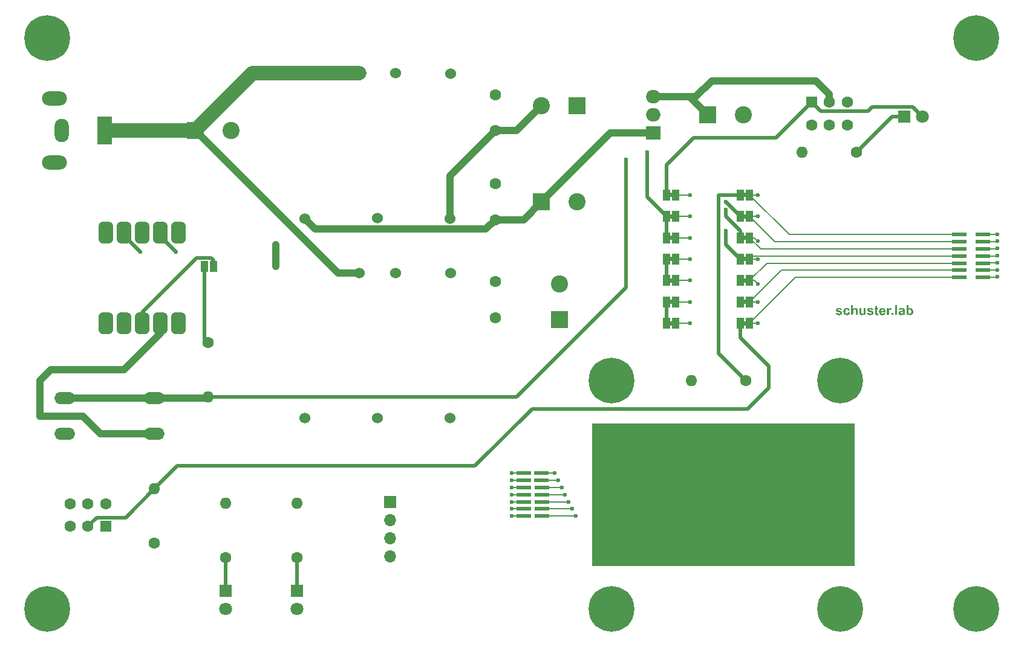
<source format=gbr>
%TF.GenerationSoftware,KiCad,Pcbnew,8.0.5-8.0.5-0~ubuntu22.04.1*%
%TF.CreationDate,2024-10-01T20:56:38-07:00*%
%TF.ProjectId,itla_driver_board_pcb,69746c61-5f64-4726-9976-65725f626f61,rev?*%
%TF.SameCoordinates,Original*%
%TF.FileFunction,Copper,L1,Top*%
%TF.FilePolarity,Positive*%
%FSLAX46Y46*%
G04 Gerber Fmt 4.6, Leading zero omitted, Abs format (unit mm)*
G04 Created by KiCad (PCBNEW 8.0.5-8.0.5-0~ubuntu22.04.1) date 2024-10-01 20:56:38*
%MOMM*%
%LPD*%
G01*
G04 APERTURE LIST*
G04 Aperture macros list*
%AMRoundRect*
0 Rectangle with rounded corners*
0 $1 Rounding radius*
0 $2 $3 $4 $5 $6 $7 $8 $9 X,Y pos of 4 corners*
0 Add a 4 corners polygon primitive as box body*
4,1,4,$2,$3,$4,$5,$6,$7,$8,$9,$2,$3,0*
0 Add four circle primitives for the rounded corners*
1,1,$1+$1,$2,$3*
1,1,$1+$1,$4,$5*
1,1,$1+$1,$6,$7*
1,1,$1+$1,$8,$9*
0 Add four rect primitives between the rounded corners*
20,1,$1+$1,$2,$3,$4,$5,0*
20,1,$1+$1,$4,$5,$6,$7,0*
20,1,$1+$1,$6,$7,$8,$9,0*
20,1,$1+$1,$8,$9,$2,$3,0*%
G04 Aperture macros list end*
%TA.AperFunction,EtchedComponent*%
%ADD10C,0.000000*%
%TD*%
%TA.AperFunction,ComponentPad*%
%ADD11C,1.524000*%
%TD*%
%TA.AperFunction,ComponentPad*%
%ADD12C,1.600000*%
%TD*%
%TA.AperFunction,ComponentPad*%
%ADD13O,1.600000X1.600000*%
%TD*%
%TA.AperFunction,ComponentPad*%
%ADD14R,1.800000X1.800000*%
%TD*%
%TA.AperFunction,ComponentPad*%
%ADD15C,1.800000*%
%TD*%
%TA.AperFunction,ComponentPad*%
%ADD16R,2.000000X1.905000*%
%TD*%
%TA.AperFunction,ComponentPad*%
%ADD17O,2.000000X1.905000*%
%TD*%
%TA.AperFunction,ComponentPad*%
%ADD18R,1.600000X1.600000*%
%TD*%
%TA.AperFunction,ComponentPad*%
%ADD19R,1.700000X1.700000*%
%TD*%
%TA.AperFunction,ComponentPad*%
%ADD20O,1.700000X1.700000*%
%TD*%
%TA.AperFunction,ComponentPad*%
%ADD21R,2.400000X2.400000*%
%TD*%
%TA.AperFunction,ComponentPad*%
%ADD22C,2.400000*%
%TD*%
%TA.AperFunction,SMDPad,CuDef*%
%ADD23R,1.000000X1.500000*%
%TD*%
%TA.AperFunction,ComponentPad*%
%ADD24C,6.400000*%
%TD*%
%TA.AperFunction,SMDPad,CuDef*%
%ADD25R,2.000000X0.500000*%
%TD*%
%TA.AperFunction,SMDPad,CuDef*%
%ADD26RoundRect,0.500000X-0.500000X-1.000000X0.500000X-1.000000X0.500000X1.000000X-0.500000X1.000000X0*%
%TD*%
%TA.AperFunction,ComponentPad*%
%ADD27R,2.000000X4.000000*%
%TD*%
%TA.AperFunction,ComponentPad*%
%ADD28O,2.000000X3.300000*%
%TD*%
%TA.AperFunction,ComponentPad*%
%ADD29O,3.500000X2.000000*%
%TD*%
%TA.AperFunction,ComponentPad*%
%ADD30O,2.900000X1.700000*%
%TD*%
%TA.AperFunction,ComponentPad*%
%ADD31C,2.000000*%
%TD*%
%TA.AperFunction,SMDPad,CuDef*%
%ADD32R,36.750000X20.000000*%
%TD*%
%TA.AperFunction,ViaPad*%
%ADD33C,0.600000*%
%TD*%
%TA.AperFunction,Conductor*%
%ADD34C,1.000000*%
%TD*%
%TA.AperFunction,Conductor*%
%ADD35C,2.000000*%
%TD*%
%TA.AperFunction,Conductor*%
%ADD36C,0.500000*%
%TD*%
%TA.AperFunction,Conductor*%
%ADD37C,0.200000*%
%TD*%
G04 APERTURE END LIST*
D10*
%TA.AperFunction,EtchedComponent*%
%TO.C,G\u002A\u002A\u002A*%
G36*
X115880181Y-42828182D02*
G01*
X115951874Y-42834148D01*
X116010773Y-42844570D01*
X116022730Y-42847897D01*
X116096289Y-42881644D01*
X116160371Y-42932569D01*
X116209039Y-42995593D01*
X116220024Y-43016698D01*
X116234444Y-43050193D01*
X116242554Y-43073814D01*
X116243132Y-43080951D01*
X116227611Y-43087305D01*
X116195846Y-43094972D01*
X116153874Y-43103017D01*
X116107731Y-43110503D01*
X116063454Y-43116494D01*
X116027080Y-43120056D01*
X116004647Y-43120252D01*
X116000432Y-43118568D01*
X115981639Y-43087839D01*
X115949500Y-43055936D01*
X115912698Y-43030740D01*
X115895263Y-43023119D01*
X115846603Y-43013494D01*
X115792591Y-43012849D01*
X115739354Y-43020031D01*
X115693018Y-43033882D01*
X115659713Y-43053248D01*
X115647265Y-43069893D01*
X115642611Y-43091654D01*
X115648228Y-43110650D01*
X115666368Y-43128104D01*
X115699285Y-43145236D01*
X115749234Y-43163268D01*
X115818469Y-43183421D01*
X115892348Y-43202672D01*
X116000630Y-43232788D01*
X116087354Y-43263630D01*
X116154768Y-43296684D01*
X116205118Y-43333434D01*
X116240652Y-43375365D01*
X116263615Y-43423960D01*
X116271522Y-43453224D01*
X116278125Y-43535672D01*
X116261472Y-43613274D01*
X116221509Y-43686191D01*
X116175821Y-43738277D01*
X116123932Y-43779570D01*
X116063544Y-43809170D01*
X115990431Y-43828453D01*
X115900369Y-43838796D01*
X115861651Y-43840641D01*
X115781772Y-43841107D01*
X115715237Y-43837049D01*
X115670627Y-43829648D01*
X115576036Y-43796692D01*
X115498830Y-43751165D01*
X115456347Y-43712446D01*
X115427585Y-43675737D01*
X115400640Y-43633175D01*
X115379586Y-43592088D01*
X115368498Y-43559806D01*
X115367726Y-43553028D01*
X115378577Y-43546069D01*
X115407922Y-43537794D01*
X115450584Y-43529502D01*
X115477614Y-43525437D01*
X115528032Y-43518307D01*
X115570672Y-43511778D01*
X115599156Y-43506848D01*
X115605952Y-43505337D01*
X115623783Y-43512360D01*
X115643848Y-43542937D01*
X115647630Y-43550790D01*
X115682902Y-43601753D01*
X115733414Y-43635014D01*
X115799676Y-43650816D01*
X115859763Y-43651371D01*
X115925404Y-43642306D01*
X115970627Y-43624194D01*
X115997548Y-43595697D01*
X116008127Y-43557479D01*
X116006365Y-43524715D01*
X115996681Y-43503655D01*
X115996219Y-43503258D01*
X115979480Y-43495753D01*
X115944320Y-43483988D01*
X115895439Y-43469413D01*
X115837539Y-43453479D01*
X115819972Y-43448873D01*
X115725099Y-43423405D01*
X115650246Y-43401069D01*
X115592042Y-43380518D01*
X115547116Y-43360406D01*
X115512096Y-43339386D01*
X115483612Y-43316111D01*
X115480704Y-43313327D01*
X115437314Y-43261614D01*
X115412578Y-43205835D01*
X115403421Y-43138446D01*
X115403188Y-43123224D01*
X115414421Y-43044018D01*
X115446782Y-42973137D01*
X115498271Y-42913236D01*
X115566884Y-42866969D01*
X115610279Y-42848614D01*
X115660744Y-42836886D01*
X115727376Y-42829563D01*
X115802935Y-42826658D01*
X115880181Y-42828182D01*
G37*
%TD.AperFunction*%
%TA.AperFunction,EtchedComponent*%
G36*
X117005409Y-42830996D02*
G01*
X117077805Y-42842121D01*
X117138132Y-42863149D01*
X117191815Y-42895796D01*
X117229249Y-42927321D01*
X117258434Y-42958991D01*
X117287748Y-42998239D01*
X117314294Y-43040028D01*
X117335177Y-43079320D01*
X117347500Y-43111080D01*
X117348368Y-43130269D01*
X117346982Y-43132093D01*
X117332555Y-43137217D01*
X117301355Y-43144632D01*
X117259447Y-43153236D01*
X117212896Y-43161927D01*
X117167767Y-43169603D01*
X117130125Y-43175160D01*
X117106035Y-43177496D01*
X117100597Y-43176881D01*
X117093953Y-43164210D01*
X117082239Y-43137787D01*
X117078246Y-43128273D01*
X117046612Y-43080398D01*
X116998579Y-43049756D01*
X116934248Y-43036403D01*
X116914303Y-43035769D01*
X116847399Y-43044725D01*
X116794417Y-43072539D01*
X116753219Y-43120478D01*
X116743887Y-43136944D01*
X116732924Y-43161311D01*
X116725694Y-43188015D01*
X116721480Y-43222604D01*
X116719560Y-43270626D01*
X116719198Y-43327473D01*
X116719805Y-43391029D01*
X116721973Y-43436408D01*
X116726478Y-43469235D01*
X116734094Y-43495138D01*
X116745596Y-43519742D01*
X116745721Y-43519977D01*
X116785234Y-43573550D01*
X116834586Y-43609493D01*
X116889587Y-43628051D01*
X116946048Y-43629468D01*
X116999779Y-43613990D01*
X117046589Y-43581861D01*
X117082289Y-43533327D01*
X117095734Y-43499516D01*
X117103317Y-43476911D01*
X117112776Y-43462272D01*
X117128284Y-43454908D01*
X117154013Y-43454128D01*
X117194135Y-43459244D01*
X117252823Y-43469566D01*
X117264218Y-43471655D01*
X117313363Y-43480661D01*
X117344335Y-43489082D01*
X117359050Y-43501433D01*
X117359427Y-43522233D01*
X117347381Y-43555998D01*
X117324831Y-43607244D01*
X117323269Y-43610785D01*
X117285780Y-43674085D01*
X117233374Y-43733531D01*
X117172746Y-43782707D01*
X117110592Y-43815199D01*
X117109448Y-43815611D01*
X117059134Y-43828130D01*
X116994442Y-43836698D01*
X116923619Y-43840963D01*
X116854911Y-43840576D01*
X116796563Y-43835188D01*
X116771780Y-43829939D01*
X116678706Y-43791992D01*
X116599547Y-43735875D01*
X116535317Y-43663436D01*
X116487030Y-43576524D01*
X116455701Y-43476989D01*
X116442342Y-43366678D01*
X116447968Y-43247441D01*
X116448800Y-43241027D01*
X116472292Y-43131917D01*
X116511700Y-43039644D01*
X116567742Y-42962706D01*
X116594940Y-42935922D01*
X116654951Y-42889313D01*
X116717531Y-42857268D01*
X116788494Y-42837831D01*
X116873656Y-42829045D01*
X116915519Y-42828057D01*
X117005409Y-42830996D01*
G37*
%TD.AperFunction*%
%TA.AperFunction,EtchedComponent*%
G36*
X118951872Y-43169691D02*
G01*
X118952317Y-43257562D01*
X118953538Y-43339589D01*
X118955418Y-43412159D01*
X118957839Y-43471662D01*
X118960685Y-43514486D01*
X118963762Y-43536750D01*
X118987602Y-43587960D01*
X119026451Y-43621336D01*
X119081711Y-43637956D01*
X119097588Y-43639573D01*
X119165826Y-43634210D01*
X119222785Y-43608007D01*
X119267480Y-43561514D01*
X119282256Y-43536270D01*
X119290289Y-43519426D01*
X119296534Y-43502487D01*
X119301215Y-43482330D01*
X119304556Y-43455832D01*
X119306783Y-43419871D01*
X119308120Y-43371324D01*
X119308793Y-43307068D01*
X119309026Y-43223981D01*
X119309049Y-43164191D01*
X119309049Y-42845195D01*
X119445992Y-42845195D01*
X119582935Y-42845195D01*
X119582935Y-43333427D01*
X119582935Y-43821660D01*
X119457900Y-43821660D01*
X119332865Y-43821660D01*
X119332865Y-43753686D01*
X119332865Y-43685712D01*
X119282256Y-43735254D01*
X119241864Y-43768846D01*
X119195367Y-43799206D01*
X119172106Y-43811114D01*
X119104492Y-43831806D01*
X119026598Y-43841363D01*
X118948947Y-43839191D01*
X118889048Y-43827067D01*
X118839787Y-43803842D01*
X118790638Y-43768325D01*
X118780117Y-43758712D01*
X118757016Y-43735242D01*
X118738217Y-43711954D01*
X118723279Y-43686182D01*
X118711762Y-43655259D01*
X118703224Y-43616520D01*
X118697227Y-43567298D01*
X118693329Y-43504928D01*
X118691090Y-43426744D01*
X118690069Y-43330080D01*
X118689827Y-43212270D01*
X118689827Y-43212185D01*
X118689827Y-42845195D01*
X118820816Y-42845195D01*
X118951805Y-42845195D01*
X118951872Y-43169691D01*
G37*
%TD.AperFunction*%
%TA.AperFunction,EtchedComponent*%
G36*
X120255108Y-42825176D02*
G01*
X120357875Y-42838074D01*
X120441868Y-42862899D01*
X120509710Y-42901123D01*
X120564025Y-42954218D01*
X120606836Y-43022455D01*
X120620288Y-43051467D01*
X120623790Y-43070979D01*
X120614254Y-43083955D01*
X120588589Y-43093358D01*
X120543706Y-43102150D01*
X120519531Y-43106184D01*
X120473777Y-43113988D01*
X120434826Y-43121110D01*
X120410922Y-43126042D01*
X120410549Y-43126134D01*
X120390902Y-43124279D01*
X120372865Y-43105031D01*
X120364201Y-43090185D01*
X120329026Y-43049180D01*
X120276732Y-43023426D01*
X120209007Y-43013560D01*
X120165931Y-43015125D01*
X120101950Y-43026261D01*
X120059037Y-43045966D01*
X120037784Y-43073903D01*
X120035444Y-43089311D01*
X120038320Y-43107455D01*
X120048827Y-43123200D01*
X120069784Y-43137892D01*
X120104009Y-43152879D01*
X120154321Y-43169507D01*
X120223538Y-43189122D01*
X120270542Y-43201634D01*
X120362659Y-43226918D01*
X120434990Y-43249576D01*
X120491204Y-43271115D01*
X120534968Y-43293041D01*
X120569953Y-43316863D01*
X120587257Y-43331761D01*
X120632274Y-43388283D01*
X120657380Y-43452659D01*
X120663608Y-43521400D01*
X120651988Y-43591021D01*
X120623555Y-43658037D01*
X120579341Y-43718959D01*
X120520377Y-43770303D01*
X120447697Y-43808582D01*
X120445824Y-43809300D01*
X120388748Y-43824864D01*
X120316371Y-43835790D01*
X120236832Y-43841653D01*
X120158271Y-43842030D01*
X120088827Y-43836496D01*
X120053306Y-43829754D01*
X119978273Y-43803304D01*
X119907450Y-43765230D01*
X119848657Y-43720129D01*
X119825944Y-43696051D01*
X119798617Y-43658290D01*
X119775420Y-43618390D01*
X119759293Y-43582416D01*
X119753182Y-43556430D01*
X119754693Y-43549246D01*
X119768344Y-43543491D01*
X119799917Y-43536074D01*
X119843697Y-43528247D01*
X119865222Y-43525016D01*
X119914396Y-43517792D01*
X119955737Y-43511253D01*
X119982664Y-43506458D01*
X119987882Y-43505277D01*
X120005464Y-43512527D01*
X120025592Y-43542377D01*
X120029795Y-43550870D01*
X120065610Y-43601947D01*
X120116381Y-43635185D01*
X120182722Y-43650873D01*
X120241947Y-43651371D01*
X120307588Y-43642306D01*
X120352811Y-43624194D01*
X120379733Y-43595697D01*
X120390312Y-43557479D01*
X120388515Y-43524545D01*
X120378698Y-43503367D01*
X120378316Y-43503039D01*
X120360811Y-43494953D01*
X120325660Y-43483200D01*
X120278413Y-43469523D01*
X120237794Y-43458905D01*
X120127429Y-43429831D01*
X120038025Y-43402487D01*
X119966931Y-43375477D01*
X119911498Y-43347404D01*
X119869076Y-43316873D01*
X119837016Y-43282486D01*
X119812667Y-43242848D01*
X119807590Y-43232209D01*
X119789261Y-43165224D01*
X119789500Y-43091991D01*
X119807080Y-43019500D01*
X119840775Y-42954747D01*
X119860538Y-42930350D01*
X119915857Y-42886985D01*
X119989515Y-42854116D01*
X120078045Y-42832667D01*
X120177976Y-42823563D01*
X120255108Y-42825176D01*
G37*
%TD.AperFunction*%
%TA.AperFunction,EtchedComponent*%
G36*
X121152147Y-42672581D02*
G01*
X121155443Y-42845195D01*
X121244435Y-42845195D01*
X121333428Y-42845195D01*
X121333428Y-42952368D01*
X121333428Y-43059541D01*
X121243284Y-43059541D01*
X121153141Y-43059541D01*
X121156950Y-43322591D01*
X121158253Y-43408189D01*
X121159591Y-43473157D01*
X121161325Y-43520681D01*
X121163812Y-43553943D01*
X121167413Y-43576129D01*
X121172486Y-43590423D01*
X121179390Y-43600009D01*
X121188485Y-43608071D01*
X121189213Y-43608661D01*
X121215340Y-43623497D01*
X121236845Y-43626341D01*
X121261999Y-43620225D01*
X121293882Y-43613396D01*
X121316667Y-43609944D01*
X121328761Y-43615119D01*
X121335053Y-43634286D01*
X121339169Y-43663117D01*
X121345153Y-43708399D01*
X121351117Y-43752190D01*
X121352723Y-43763652D01*
X121354826Y-43793077D01*
X121346248Y-43808817D01*
X121321436Y-43820443D01*
X121319345Y-43821206D01*
X121283026Y-43829916D01*
X121232749Y-43836398D01*
X121176472Y-43840253D01*
X121122149Y-43841080D01*
X121077736Y-43838482D01*
X121056731Y-43834388D01*
X120990919Y-43803340D01*
X120942881Y-43759518D01*
X120921505Y-43723189D01*
X120914740Y-43704273D01*
X120909386Y-43681034D01*
X120905210Y-43650340D01*
X120901985Y-43609059D01*
X120899478Y-43554059D01*
X120897461Y-43482208D01*
X120895703Y-43390373D01*
X120895322Y-43366780D01*
X120890497Y-43060751D01*
X120835099Y-43057169D01*
X120779700Y-43053587D01*
X120776260Y-42949391D01*
X120772819Y-42845195D01*
X120832342Y-42845195D01*
X120891864Y-42845195D01*
X120895323Y-42747576D01*
X120898782Y-42649957D01*
X121023817Y-42574962D01*
X121148852Y-42499967D01*
X121152147Y-42672581D01*
G37*
%TD.AperFunction*%
%TA.AperFunction,EtchedComponent*%
G36*
X121945453Y-42828231D02*
G01*
X121987712Y-42831446D01*
X122021682Y-42838459D01*
X122055114Y-42850625D01*
X122077685Y-42860748D01*
X122164389Y-42913668D01*
X122235031Y-42983528D01*
X122288893Y-43069052D01*
X122325258Y-43168967D01*
X122343408Y-43281996D01*
X122345441Y-43336404D01*
X122345617Y-43416784D01*
X122022773Y-43416784D01*
X121699928Y-43416784D01*
X121708224Y-43461440D01*
X121730797Y-43533913D01*
X121768188Y-43587758D01*
X121820502Y-43623070D01*
X121887841Y-43639948D01*
X121899369Y-43640904D01*
X121942135Y-43642302D01*
X121970334Y-43638294D01*
X121992999Y-43626710D01*
X122008263Y-43614745D01*
X122036643Y-43584781D01*
X122057960Y-43551953D01*
X122059722Y-43548015D01*
X122066537Y-43531313D01*
X122073466Y-43520521D01*
X122084853Y-43515187D01*
X122105038Y-43514857D01*
X122138364Y-43519078D01*
X122189173Y-43527396D01*
X122215378Y-43531772D01*
X122273060Y-43541837D01*
X122309201Y-43551692D01*
X122325719Y-43565250D01*
X122324529Y-43586424D01*
X122307548Y-43619126D01*
X122279575Y-43662838D01*
X122223484Y-43732991D01*
X122157397Y-43784540D01*
X122078644Y-43818840D01*
X121984559Y-43837246D01*
X121928833Y-43840982D01*
X121873430Y-43841383D01*
X121821782Y-43839406D01*
X121782149Y-43835455D01*
X121771002Y-43833285D01*
X121677906Y-43798341D01*
X121598249Y-43744904D01*
X121533077Y-43674822D01*
X121483437Y-43589941D01*
X121450376Y-43492109D01*
X121434941Y-43383171D01*
X121438179Y-43264975D01*
X121439902Y-43250071D01*
X121701500Y-43250071D01*
X121892569Y-43250071D01*
X122083639Y-43250071D01*
X122083639Y-43216870D01*
X122075759Y-43176666D01*
X122055533Y-43129965D01*
X122028080Y-43086460D01*
X121998665Y-43055952D01*
X121966718Y-43040166D01*
X121925587Y-43028844D01*
X121913497Y-43027044D01*
X121852367Y-43031194D01*
X121798099Y-43056255D01*
X121753648Y-43099643D01*
X121721969Y-43158775D01*
X121709449Y-43205415D01*
X121701500Y-43250071D01*
X121439902Y-43250071D01*
X121439983Y-43249372D01*
X121463819Y-43139471D01*
X121505487Y-43042640D01*
X121563808Y-42960648D01*
X121637600Y-42895267D01*
X121700239Y-42859193D01*
X121735697Y-42844022D01*
X121768219Y-42834568D01*
X121805426Y-42829539D01*
X121854939Y-42827640D01*
X121887155Y-42827460D01*
X121945453Y-42828231D01*
G37*
%TD.AperFunction*%
%TA.AperFunction,EtchedComponent*%
G36*
X124667919Y-42827823D02*
G01*
X124738853Y-42832090D01*
X124798509Y-42840251D01*
X124833594Y-42849598D01*
X124909025Y-42888297D01*
X124964778Y-42940042D01*
X124993285Y-42986801D01*
X125000894Y-43004937D01*
X125006837Y-43024135D01*
X125011352Y-43047566D01*
X125014675Y-43078406D01*
X125017043Y-43119827D01*
X125018693Y-43175002D01*
X125019862Y-43247107D01*
X125020787Y-43339314D01*
X125020937Y-43357244D01*
X125022017Y-43459036D01*
X125023631Y-43540479D01*
X125026134Y-43605040D01*
X125029882Y-43656184D01*
X125035232Y-43697378D01*
X125042537Y-43732089D01*
X125052156Y-43763783D01*
X125064443Y-43795927D01*
X125066463Y-43800821D01*
X125068393Y-43809902D01*
X125062664Y-43815889D01*
X125045512Y-43819419D01*
X125013172Y-43821125D01*
X124961878Y-43821642D01*
X124942859Y-43821660D01*
X124880745Y-43820871D01*
X124839704Y-43818301D01*
X124817040Y-43813649D01*
X124810059Y-43806775D01*
X124805166Y-43785643D01*
X124795174Y-43758975D01*
X124780826Y-43726059D01*
X124721777Y-43768182D01*
X124636407Y-43814937D01*
X124543608Y-43840211D01*
X124447351Y-43843432D01*
X124351609Y-43824030D01*
X124346180Y-43822207D01*
X124281419Y-43788923D01*
X124225458Y-43739191D01*
X124183983Y-43678892D01*
X124167706Y-43637612D01*
X124158201Y-43567970D01*
X124162624Y-43524736D01*
X124417628Y-43524736D01*
X124426390Y-43563044D01*
X124448467Y-43603500D01*
X124477547Y-43634762D01*
X124479750Y-43636361D01*
X124515456Y-43650092D01*
X124563535Y-43654282D01*
X124614479Y-43648799D01*
X124647798Y-43638703D01*
X124702023Y-43604179D01*
X124739118Y-43553547D01*
X124758628Y-43487702D01*
X124760759Y-43415912D01*
X124757009Y-43361517D01*
X124620066Y-43394760D01*
X124558397Y-43410450D01*
X124515159Y-43423656D01*
X124485400Y-43436409D01*
X124464164Y-43450736D01*
X124450376Y-43464259D01*
X124429375Y-43493184D01*
X124418192Y-43519642D01*
X124417628Y-43524736D01*
X124162624Y-43524736D01*
X124165562Y-43496018D01*
X124187851Y-43428096D01*
X124223131Y-43370545D01*
X124259892Y-43335891D01*
X124309665Y-43308703D01*
X124378444Y-43282426D01*
X124461431Y-43258711D01*
X124524801Y-43244640D01*
X124582199Y-43232655D01*
X124640704Y-43219411D01*
X124688901Y-43207505D01*
X124694492Y-43206008D01*
X124732779Y-43194631D01*
X124753311Y-43184300D01*
X124761547Y-43170757D01*
X124762963Y-43152645D01*
X124753244Y-43099937D01*
X124725794Y-43059991D01*
X124683182Y-43036519D01*
X124682565Y-43036346D01*
X124611243Y-43024669D01*
X124546753Y-43029715D01*
X124492928Y-43050391D01*
X124453601Y-43085606D01*
X124442197Y-43104749D01*
X124429896Y-43127818D01*
X124416449Y-43138465D01*
X124393811Y-43140004D01*
X124364042Y-43136945D01*
X124314726Y-43129659D01*
X124260809Y-43119641D01*
X124241910Y-43115553D01*
X124179318Y-43101219D01*
X124213257Y-43029771D01*
X124261964Y-42952161D01*
X124325265Y-42892245D01*
X124401318Y-42851734D01*
X124407076Y-42849667D01*
X124455286Y-42838372D01*
X124519352Y-42830965D01*
X124592491Y-42827449D01*
X124667919Y-42827823D01*
G37*
%TD.AperFunction*%
%TA.AperFunction,EtchedComponent*%
G36*
X125525083Y-42708797D02*
G01*
X125525083Y-42941551D01*
X125580731Y-42899060D01*
X125658587Y-42853821D01*
X125743546Y-42829331D01*
X125831642Y-42825250D01*
X125918911Y-42841240D01*
X126001387Y-42876961D01*
X126075106Y-42932074D01*
X126085427Y-42942262D01*
X126140473Y-43014834D01*
X126180566Y-43101536D01*
X126205838Y-43198134D01*
X126216423Y-43300391D01*
X126212455Y-43404073D01*
X126194066Y-43504945D01*
X126161391Y-43598772D01*
X126114562Y-43681319D01*
X126060229Y-43742642D01*
X125989886Y-43792902D01*
X125910998Y-43827253D01*
X125829205Y-43844196D01*
X125750144Y-43842231D01*
X125715535Y-43834350D01*
X125632160Y-43796797D01*
X125554534Y-43737075D01*
X125551876Y-43734529D01*
X125501266Y-43685712D01*
X125501266Y-43753686D01*
X125501266Y-43821660D01*
X125382185Y-43821660D01*
X125263104Y-43821660D01*
X125263104Y-43324651D01*
X125521672Y-43324651D01*
X125522908Y-43382660D01*
X125526639Y-43424579D01*
X125534255Y-43458107D01*
X125547149Y-43490946D01*
X125554528Y-43506498D01*
X125592341Y-43567195D01*
X125637484Y-43606627D01*
X125693289Y-43627009D01*
X125742159Y-43631130D01*
X125784000Y-43629508D01*
X125812806Y-43622023D01*
X125839277Y-43604749D01*
X125857766Y-43588707D01*
X125894922Y-43547538D01*
X125920289Y-43499672D01*
X125935132Y-43440745D01*
X125940716Y-43366394D01*
X125939900Y-43305568D01*
X125936684Y-43245259D01*
X125931540Y-43201945D01*
X125923140Y-43168814D01*
X125910153Y-43139051D01*
X125905842Y-43130990D01*
X125865023Y-43078869D01*
X125812225Y-43043953D01*
X125752354Y-43027345D01*
X125690318Y-43030144D01*
X125631024Y-43053452D01*
X125613480Y-43065384D01*
X125572833Y-43104941D01*
X125544951Y-43153790D01*
X125528435Y-43215876D01*
X125521890Y-43295146D01*
X125521672Y-43324651D01*
X125263104Y-43324651D01*
X125263104Y-43148852D01*
X125263104Y-42476043D01*
X125394093Y-42476043D01*
X125525083Y-42476043D01*
X125525083Y-42708797D01*
G37*
%TD.AperFunction*%
%TA.AperFunction,EtchedComponent*%
G36*
X117808627Y-42714483D02*
G01*
X117808627Y-42952922D01*
X117869193Y-42905047D01*
X117948996Y-42856480D01*
X118036210Y-42829435D01*
X118127109Y-42824380D01*
X118217972Y-42841781D01*
X118256383Y-42856408D01*
X118298236Y-42877033D01*
X118333257Y-42900154D01*
X118362043Y-42927974D01*
X118385191Y-42962697D01*
X118403296Y-43006527D01*
X118416956Y-43061666D01*
X118426765Y-43130321D01*
X118433322Y-43214692D01*
X118437221Y-43316986D01*
X118439059Y-43439404D01*
X118439434Y-43532888D01*
X118439757Y-43821660D01*
X118302813Y-43821660D01*
X118165870Y-43821660D01*
X118165870Y-43475733D01*
X118165694Y-43372557D01*
X118165076Y-43290482D01*
X118163886Y-43226796D01*
X118161989Y-43178787D01*
X118159254Y-43143742D01*
X118155548Y-43118950D01*
X118150739Y-43101697D01*
X118147217Y-43093736D01*
X118115619Y-43056057D01*
X118071239Y-43033595D01*
X118019174Y-43025832D01*
X117964519Y-43032252D01*
X117912372Y-43052335D01*
X117867828Y-43085566D01*
X117839087Y-43125036D01*
X117831736Y-43140803D01*
X117825952Y-43158214D01*
X117821505Y-43180315D01*
X117818163Y-43210152D01*
X117815697Y-43250771D01*
X117813876Y-43305218D01*
X117812468Y-43376540D01*
X117811244Y-43467783D01*
X117810904Y-43497164D01*
X117807227Y-43821660D01*
X117676938Y-43821660D01*
X117546648Y-43821660D01*
X117546648Y-43148852D01*
X117546648Y-42476043D01*
X117677638Y-42476043D01*
X117808627Y-42476043D01*
X117808627Y-42714483D01*
G37*
%TD.AperFunction*%
%TA.AperFunction,EtchedComponent*%
G36*
X123036706Y-42824548D02*
G01*
X123077334Y-42832677D01*
X123118313Y-42843693D01*
X123152099Y-42855527D01*
X123171149Y-42866108D01*
X123172357Y-42867597D01*
X123170737Y-42881176D01*
X123162990Y-42911077D01*
X123151069Y-42951218D01*
X123136928Y-42995520D01*
X123122519Y-43037900D01*
X123109797Y-43072277D01*
X123100715Y-43092570D01*
X123099492Y-43094422D01*
X123087388Y-43093093D01*
X123062156Y-43083474D01*
X123053596Y-43079537D01*
X122992262Y-43060932D01*
X122936257Y-43064799D01*
X122888051Y-43090284D01*
X122850113Y-43136536D01*
X122841858Y-43152674D01*
X122833964Y-43171314D01*
X122827797Y-43190928D01*
X122823091Y-43214759D01*
X122819580Y-43246053D01*
X122816997Y-43288053D01*
X122815076Y-43344004D01*
X122813550Y-43417149D01*
X122812153Y-43510735D01*
X122812095Y-43515026D01*
X122807960Y-43821660D01*
X122672054Y-43821660D01*
X122536147Y-43821660D01*
X122536147Y-43333427D01*
X122536147Y-42845195D01*
X122661182Y-42845195D01*
X122786217Y-42845195D01*
X122786217Y-42906412D01*
X122786217Y-42967629D01*
X122836296Y-42910736D01*
X122890904Y-42859546D01*
X122946404Y-42830337D01*
X123003973Y-42821379D01*
X123036706Y-42824548D01*
G37*
%TD.AperFunction*%
%TA.AperFunction,EtchedComponent*%
G36*
X123441163Y-43690671D02*
G01*
X123441163Y-43821660D01*
X123310174Y-43821660D01*
X123179185Y-43821660D01*
X123179185Y-43690671D01*
X123179185Y-43559682D01*
X123310174Y-43559682D01*
X123441163Y-43559682D01*
X123441163Y-43690671D01*
G37*
%TD.AperFunction*%
%TA.AperFunction,EtchedComponent*%
G36*
X123965120Y-43148852D02*
G01*
X123965120Y-43821660D01*
X123834131Y-43821660D01*
X123703142Y-43821660D01*
X123703142Y-43148852D01*
X123703142Y-42476043D01*
X123834131Y-42476043D01*
X123965120Y-42476043D01*
X123965120Y-43148852D01*
G37*
%TD.AperFunction*%
%TA.AperFunction,EtchedComponent*%
%TO.C,JP8*%
G36*
X102900000Y-39300000D02*
G01*
X102400000Y-39300000D01*
X102400000Y-38700000D01*
X102900000Y-38700000D01*
X102900000Y-39300000D01*
G37*
%TD.AperFunction*%
%TA.AperFunction,EtchedComponent*%
%TO.C,JP5*%
G36*
X102900000Y-30300000D02*
G01*
X102400000Y-30300000D01*
X102400000Y-29700000D01*
X102900000Y-29700000D01*
X102900000Y-30300000D01*
G37*
%TD.AperFunction*%
%TA.AperFunction,EtchedComponent*%
%TO.C,JP2*%
G36*
X102900000Y-45300000D02*
G01*
X102400000Y-45300000D01*
X102400000Y-44700000D01*
X102900000Y-44700000D01*
X102900000Y-45300000D01*
G37*
%TD.AperFunction*%
%TA.AperFunction,EtchedComponent*%
%TO.C,JP4*%
G36*
X102900000Y-33300000D02*
G01*
X102400000Y-33300000D01*
X102400000Y-32700000D01*
X102900000Y-32700000D01*
X102900000Y-33300000D01*
G37*
%TD.AperFunction*%
%TA.AperFunction,EtchedComponent*%
%TO.C,JP9*%
G36*
X92600000Y-45300000D02*
G01*
X92100000Y-45300000D01*
X92100000Y-44700000D01*
X92600000Y-44700000D01*
X92600000Y-45300000D01*
G37*
%TD.AperFunction*%
%TA.AperFunction,EtchedComponent*%
%TO.C,JP13*%
G36*
X92600000Y-33300000D02*
G01*
X92100000Y-33300000D01*
X92100000Y-32700000D01*
X92600000Y-32700000D01*
X92600000Y-33300000D01*
G37*
%TD.AperFunction*%
%TA.AperFunction,EtchedComponent*%
%TO.C,JP7*%
G36*
X102900000Y-42300000D02*
G01*
X102400000Y-42300000D01*
X102400000Y-41700000D01*
X102900000Y-41700000D01*
X102900000Y-42300000D01*
G37*
%TD.AperFunction*%
%TA.AperFunction,EtchedComponent*%
%TO.C,JP10*%
G36*
X92600000Y-42300000D02*
G01*
X92100000Y-42300000D01*
X92100000Y-41700000D01*
X92600000Y-41700000D01*
X92600000Y-42300000D01*
G37*
%TD.AperFunction*%
%TA.AperFunction,EtchedComponent*%
%TO.C,JP14*%
G36*
X92600000Y-30300000D02*
G01*
X92100000Y-30300000D01*
X92100000Y-29700000D01*
X92600000Y-29700000D01*
X92600000Y-30300000D01*
G37*
%TD.AperFunction*%
%TA.AperFunction,EtchedComponent*%
%TO.C,JP3*%
G36*
X102900000Y-36300000D02*
G01*
X102400000Y-36300000D01*
X102400000Y-35700000D01*
X102900000Y-35700000D01*
X102900000Y-36300000D01*
G37*
%TD.AperFunction*%
%TA.AperFunction,EtchedComponent*%
%TO.C,JP11*%
G36*
X92600000Y-39300000D02*
G01*
X92100000Y-39300000D01*
X92100000Y-38700000D01*
X92600000Y-38700000D01*
X92600000Y-39300000D01*
G37*
%TD.AperFunction*%
%TA.AperFunction,EtchedComponent*%
%TO.C,JP15*%
G36*
X92600000Y-27300000D02*
G01*
X92100000Y-27300000D01*
X92100000Y-26700000D01*
X92600000Y-26700000D01*
X92600000Y-27300000D01*
G37*
%TD.AperFunction*%
%TA.AperFunction,EtchedComponent*%
%TO.C,JP12*%
G36*
X92600000Y-36300000D02*
G01*
X92100000Y-36300000D01*
X92100000Y-35700000D01*
X92600000Y-35700000D01*
X92600000Y-36300000D01*
G37*
%TD.AperFunction*%
%TA.AperFunction,EtchedComponent*%
%TO.C,JP6*%
G36*
X102900000Y-27300000D02*
G01*
X102400000Y-27300000D01*
X102400000Y-26700000D01*
X102900000Y-26700000D01*
X102900000Y-27300000D01*
G37*
%TD.AperFunction*%
%TD*%
D11*
%TO.P,U3,1,VIN+*%
%TO.N,+12V*%
X48700000Y-37940000D03*
%TO.P,U3,2,VIN-*%
%TO.N,GND*%
X53740000Y-37940000D03*
%TO.P,U3,3,VOUT+*%
%TO.N,+3V3*%
X41080000Y-58300000D03*
%TO.P,U3,4,TRIM/COM*%
%TO.N,unconnected-(U3-TRIM{slash}COM-Pad4)*%
X51240000Y-58260000D03*
%TO.P,U3,5,VOUT-*%
%TO.N,GND*%
X61400000Y-58300000D03*
%TO.P,U3,6,R.C.*%
%TO.N,unconnected-(U3-R.C.-Pad6)*%
X61440000Y-37980000D03*
%TD*%
%TO.P,U1,1,VIN+*%
%TO.N,+12V*%
X48700000Y-9940000D03*
%TO.P,U1,2,VIN-*%
%TO.N,GND*%
X53740000Y-9940000D03*
%TO.P,U1,3,VOUT+*%
%TO.N,+5V*%
X41080000Y-30300000D03*
%TO.P,U1,4,TRIM/COM*%
%TO.N,GND*%
X51240000Y-30260000D03*
%TO.P,U1,5,VOUT-*%
%TO.N,-5V*%
X61400000Y-30300000D03*
%TO.P,U1,6,R.C.*%
%TO.N,unconnected-(U1-R.C.-Pad6)*%
X61440000Y-9980000D03*
%TD*%
D12*
%TO.P,R1,1*%
%TO.N,Net-(D3-K)*%
X118310000Y-21000000D03*
D13*
%TO.P,R1,2*%
%TO.N,GND*%
X110690000Y-21000000D03*
%TD*%
D14*
%TO.P,D3,1,K*%
%TO.N,Net-(D3-K)*%
X125000000Y-16000000D03*
D15*
%TO.P,D3,2,A*%
%TO.N,+1V8*%
X127540000Y-16000000D03*
%TD*%
D16*
%TO.P,U4,1,VIN*%
%TO.N,+5V*%
X89800000Y-18320000D03*
D17*
%TO.P,U4,2,GND*%
%TO.N,GND*%
X89800000Y-15780000D03*
%TO.P,U4,3,VOUT*%
%TO.N,Net-(SW3-B)*%
X89800000Y-13240000D03*
%TD*%
D18*
%TO.P,SW3,1,A*%
%TO.N,+1V8*%
X112000000Y-14000000D03*
D12*
%TO.P,SW3,2,B*%
%TO.N,Net-(SW3-B)*%
X114500000Y-14000000D03*
%TO.P,SW3,3*%
%TO.N,N/C*%
X117000000Y-14000000D03*
%TO.P,SW3,4*%
X112000000Y-17200000D03*
%TO.P,SW3,5*%
X114500000Y-17200000D03*
%TO.P,SW3,6*%
X117000000Y-17200000D03*
%TD*%
D19*
%TO.P,J3,1,Pin_1*%
%TO.N,GND*%
X53000000Y-70000000D03*
D20*
%TO.P,J3,2,Pin_2*%
%TO.N,+12V*%
X53000000Y-72540000D03*
%TO.P,J3,3,Pin_3*%
%TO.N,unconnected-(J3-Pin_3-Pad3)*%
X53000000Y-75080000D03*
%TO.P,J3,4,Pin_4*%
%TO.N,unconnected-(J3-Pin_4-Pad4)*%
X53000000Y-77620000D03*
%TD*%
D21*
%TO.P,C8,1*%
%TO.N,Net-(SW3-B)*%
X97420000Y-15780000D03*
D22*
%TO.P,C8,2*%
%TO.N,GND*%
X102420000Y-15780000D03*
%TD*%
D23*
%TO.P,JP1,1,A*%
%TO.N,+3V3*%
X27000000Y-37000000D03*
%TO.P,JP1,2,B*%
%TO.N,Net-(JP1-B)*%
X28300000Y-37000000D03*
%TD*%
D12*
%TO.P,R3,1*%
%TO.N,Net-(D2-K)*%
X40000000Y-77810000D03*
D13*
%TO.P,R3,2*%
%TO.N,-5V*%
X40000000Y-70190000D03*
%TD*%
D23*
%TO.P,JP8,1,A*%
%TO.N,/6_c*%
X103300000Y-39000000D03*
%TO.P,JP8,2,B*%
%TO.N,unconnected-(JP8-B-Pad2)*%
X102000000Y-39000000D03*
%TD*%
D14*
%TO.P,D1,1,K*%
%TO.N,Net-(D1-K)*%
X30000000Y-82460000D03*
D15*
%TO.P,D1,2,A*%
%TO.N,+3V3*%
X30000000Y-85000000D03*
%TD*%
D12*
%TO.P,R4,1*%
%TO.N,+3V3*%
X20000000Y-75810000D03*
D13*
%TO.P,R4,2*%
%TO.N,/DIS*%
X20000000Y-68190000D03*
%TD*%
D23*
%TO.P,JP5,2,B*%
%TO.N,/RST*%
X102000000Y-30000000D03*
%TO.P,JP5,1,A*%
%TO.N,/RST_c*%
X103300000Y-30000000D03*
%TD*%
D24*
%TO.P,H4,1,1*%
%TO.N,GND*%
X135000000Y-5000000D03*
%TD*%
D25*
%TO.P,J1,1,Pin_1*%
%TO.N,/3.3v_c1*%
X136000000Y-38560000D03*
%TO.P,J1,2,Pin_2*%
%TO.N,/DIS_c*%
X132700000Y-38560000D03*
%TO.P,J1,3,Pin_3*%
%TO.N,/3.3v_c2*%
X136000000Y-37560000D03*
%TO.P,J1,4,Pin_4*%
%TO.N,/4_c*%
X132700000Y-37560000D03*
%TO.P,J1,5,Pin_5*%
%TO.N,/GND_c1*%
X136000000Y-36560000D03*
%TO.P,J1,6,Pin_6*%
%TO.N,/6_c*%
X132700000Y-36560000D03*
%TO.P,J1,7,Pin_7*%
%TO.N,/GND_c2*%
X136000000Y-35560000D03*
%TO.P,J1,8,Pin_8*%
%TO.N,/TXD_c*%
X132700000Y-35560000D03*
%TO.P,J1,9,Pin_9*%
%TO.N,/-5v_c1*%
X136000000Y-34560000D03*
%TO.P,J1,10,Pin_10*%
%TO.N,/RXD_c*%
X132700000Y-34560000D03*
%TO.P,J1,11,Pin_11*%
%TO.N,/-5v_c2*%
X136000000Y-33560000D03*
%TO.P,J1,12,Pin_12*%
%TO.N,/RST_c*%
X132700000Y-33560000D03*
%TO.P,J1,13,Pin_13*%
%TO.N,/1.8_c*%
X136000000Y-32560000D03*
%TO.P,J1,14,Pin_14*%
%TO.N,/TT_c*%
X132700000Y-32560000D03*
%TD*%
D12*
%TO.P,C5,1*%
%TO.N,GND*%
X67700000Y-12960000D03*
%TO.P,C5,2*%
%TO.N,-5V*%
X67700000Y-17960000D03*
%TD*%
D24*
%TO.P,H1,1,1*%
%TO.N,GND*%
X5000000Y-5000000D03*
%TD*%
D23*
%TO.P,JP2,2,B*%
%TO.N,/DIS*%
X102000000Y-45000000D03*
%TO.P,JP2,1,A*%
%TO.N,/DIS_c*%
X103300000Y-45000000D03*
%TD*%
D26*
%TO.P,U2,1,~{RESET}*%
%TO.N,unconnected-(U2-~{RESET}-Pad1)*%
X13200000Y-44960000D03*
%TO.P,U2,2,3.3V*%
%TO.N,unconnected-(U2-3.3V-Pad2)*%
X15740000Y-44960000D03*
%TO.P,U2,3,VIO*%
%TO.N,Net-(JP1-B)*%
X18280000Y-44960000D03*
%TO.P,U2,4,GND*%
%TO.N,GND*%
X20820000Y-44960000D03*
%TO.P,U2,5,VBUS*%
%TO.N,unconnected-(U2-VBUS-Pad5)*%
X23360000Y-44960000D03*
%TO.P,U2,6,CB0*%
%TO.N,unconnected-(U2-CB0-Pad6)*%
X23360000Y-32260000D03*
%TO.P,U2,7,TXD*%
%TO.N,/RXD*%
X20820000Y-32260000D03*
%TO.P,U2,8,~{RTS}*%
%TO.N,unconnected-(U2-~{RTS}-Pad8)*%
X18280000Y-32260000D03*
%TO.P,U2,9,RXD*%
%TO.N,/TXD*%
X15740000Y-32260000D03*
%TO.P,U2,10,~{CDS}*%
%TO.N,unconnected-(U2-~{CDS}-Pad10)*%
X13200000Y-32260000D03*
%TD*%
D23*
%TO.P,JP4,2,B*%
%TO.N,/RXD*%
X102000000Y-33000000D03*
%TO.P,JP4,1,A*%
%TO.N,/RXD_c*%
X103300000Y-33000000D03*
%TD*%
D12*
%TO.P,R5,1*%
%TO.N,+3V3*%
X27500000Y-47690000D03*
D13*
%TO.P,R5,2*%
%TO.N,/RST*%
X27500000Y-55310000D03*
%TD*%
D21*
%TO.P,C1,1*%
%TO.N,+12V*%
X25700000Y-17960000D03*
D22*
%TO.P,C1,2*%
%TO.N,GND*%
X30700000Y-17960000D03*
%TD*%
D27*
%TO.P,J2,1*%
%TO.N,+12V*%
X13000000Y-17960000D03*
D28*
%TO.P,J2,2*%
%TO.N,GND*%
X7000000Y-17960000D03*
D29*
%TO.P,J2,MP,MountPin*%
%TO.N,unconnected-(J2-MountPin-PadMP)*%
X6000000Y-13460000D03*
%TO.N,unconnected-(J2-MountPin-PadMP)_1*%
X6000000Y-22460000D03*
%TD*%
D23*
%TO.P,JP9,1,A*%
%TO.N,+3V3*%
X91700000Y-45000000D03*
%TO.P,JP9,2,B*%
%TO.N,/3.3v_c1*%
X93000000Y-45000000D03*
%TD*%
%TO.P,JP13,1,A*%
%TO.N,-5V*%
X91700000Y-33000000D03*
%TO.P,JP13,2,B*%
%TO.N,/-5v_c1*%
X93000000Y-33000000D03*
%TD*%
%TO.P,JP7,2,B*%
%TO.N,unconnected-(JP7-B-Pad2)*%
X102000000Y-42000000D03*
%TO.P,JP7,1,A*%
%TO.N,/4_c*%
X103300000Y-42000000D03*
%TD*%
D12*
%TO.P,C6,1*%
%TO.N,+3V3*%
X67700000Y-44176041D03*
%TO.P,C6,2*%
%TO.N,GND*%
X67700000Y-39176041D03*
%TD*%
D23*
%TO.P,JP10,1,A*%
%TO.N,+3V3*%
X91700000Y-42000000D03*
%TO.P,JP10,2,B*%
%TO.N,/3.3v_c2*%
X93000000Y-42000000D03*
%TD*%
%TO.P,JP14,1,A*%
%TO.N,-5V*%
X91700000Y-30000000D03*
%TO.P,JP14,2,B*%
%TO.N,/-5v_c2*%
X93000000Y-30000000D03*
%TD*%
D12*
%TO.P,R2,1*%
%TO.N,Net-(D1-K)*%
X30000000Y-77810000D03*
D13*
%TO.P,R2,2*%
%TO.N,GND*%
X30000000Y-70190000D03*
%TD*%
D23*
%TO.P,JP3,2,B*%
%TO.N,/TXD*%
X102000000Y-36000000D03*
%TO.P,JP3,1,A*%
%TO.N,/TXD_c*%
X103300000Y-36000000D03*
%TD*%
D12*
%TO.P,C4,1*%
%TO.N,+5V*%
X67700000Y-30460000D03*
%TO.P,C4,2*%
%TO.N,GND*%
X67700000Y-25460000D03*
%TD*%
D23*
%TO.P,JP11,1,A*%
%TO.N,GND*%
X91700000Y-39000000D03*
%TO.P,JP11,2,B*%
%TO.N,/GND_c1*%
X93000000Y-39000000D03*
%TD*%
D21*
%TO.P,C2,1*%
%TO.N,+5V*%
X74200000Y-27960000D03*
D22*
%TO.P,C2,2*%
%TO.N,GND*%
X79200000Y-27960000D03*
%TD*%
D23*
%TO.P,JP15,1,A*%
%TO.N,+1V8*%
X91700000Y-27000000D03*
%TO.P,JP15,2,B*%
%TO.N,/1.8_c*%
X93000000Y-27000000D03*
%TD*%
%TO.P,JP12,1,A*%
%TO.N,GND*%
X91700000Y-36000000D03*
%TO.P,JP12,2,B*%
%TO.N,/GND_c2*%
X93000000Y-36000000D03*
%TD*%
D24*
%TO.P,H2,1,1*%
%TO.N,GND*%
X5000000Y-85000000D03*
%TD*%
D30*
%TO.P,SW2,1,1*%
%TO.N,/RST*%
X7450000Y-55460000D03*
X19950000Y-55460000D03*
%TO.P,SW2,2,2*%
%TO.N,GND*%
X7450000Y-60460000D03*
X19950000Y-60460000D03*
%TD*%
D12*
%TO.P,R6,1*%
%TO.N,/TRACE_TONE*%
X102810000Y-53000000D03*
D13*
%TO.P,R6,2*%
%TO.N,GND*%
X95190000Y-53000000D03*
%TD*%
D14*
%TO.P,D2,1,K*%
%TO.N,Net-(D2-K)*%
X40000000Y-82460000D03*
D15*
%TO.P,D2,2,A*%
%TO.N,GND*%
X40000000Y-85000000D03*
%TD*%
D24*
%TO.P,H3,1,1*%
%TO.N,GND*%
X135000000Y-85000000D03*
%TD*%
D23*
%TO.P,JP6,2,B*%
%TO.N,/TRACE_TONE*%
X102000000Y-27000000D03*
%TO.P,JP6,1,A*%
%TO.N,/TT_c*%
X103300000Y-27000000D03*
%TD*%
D21*
%TO.P,C3,1*%
%TO.N,GND*%
X79200000Y-14460000D03*
D22*
%TO.P,C3,2*%
%TO.N,-5V*%
X74200000Y-14460000D03*
%TD*%
D18*
%TO.P,SW1,1,A*%
%TO.N,GND*%
X13200000Y-73460000D03*
D12*
%TO.P,SW1,2,B*%
%TO.N,/DIS*%
X10700000Y-73460000D03*
%TO.P,SW1,3*%
%TO.N,N/C*%
X8200000Y-73460000D03*
%TO.P,SW1,4*%
X13200000Y-70260000D03*
%TO.P,SW1,5*%
X10700000Y-70260000D03*
%TO.P,SW1,6*%
X8200000Y-70260000D03*
%TD*%
D21*
%TO.P,C7,1*%
%TO.N,+3V3*%
X76700000Y-44500000D03*
D22*
%TO.P,C7,2*%
%TO.N,GND*%
X76700000Y-39500000D03*
%TD*%
D24*
%TO.P,H8,1,1*%
%TO.N,GND*%
X116000000Y-85000000D03*
%TD*%
%TO.P,H7,1,1*%
%TO.N,GND*%
X84000000Y-85000000D03*
%TD*%
%TO.P,H5,1,1*%
%TO.N,GND*%
X84000000Y-53000000D03*
%TD*%
%TO.P,H6,1,1*%
%TO.N,GND*%
X116000000Y-53000000D03*
%TD*%
D31*
%TO.P,J4,HEATSINK*%
%TO.N,N/C*%
X115500000Y-76500000D03*
X115500000Y-69000000D03*
X115500000Y-61500000D03*
X108000000Y-76500000D03*
X108000000Y-69000000D03*
X108000000Y-61500000D03*
X100500000Y-69000000D03*
D32*
X99625000Y-69000000D03*
D31*
X93000000Y-76500000D03*
X93000000Y-69000000D03*
X93000000Y-61500000D03*
X85500000Y-76500000D03*
X85500000Y-69000000D03*
X85500000Y-61500000D03*
D25*
%TO.P,J4,14,Pin_14*%
%TO.N,/TT_c*%
X71750000Y-72000000D03*
%TO.P,J4,13,Pin_13*%
%TO.N,/1.8_c*%
X74250000Y-72000000D03*
%TO.P,J4,12,Pin_12*%
%TO.N,/RST_c*%
X71750000Y-71000000D03*
%TO.P,J4,11,Pin_11*%
%TO.N,/-5v_c2*%
X74250000Y-71000000D03*
%TO.P,J4,10,Pin_10*%
%TO.N,/RXD_c*%
X71750000Y-70000000D03*
%TO.P,J4,9,Pin_9*%
%TO.N,/-5v_c1*%
X74250000Y-70000000D03*
%TO.P,J4,8,Pin_8*%
%TO.N,/TXD_c*%
X71750000Y-69000000D03*
%TO.P,J4,7,Pin_7*%
%TO.N,/GND_c2*%
X74250000Y-69000000D03*
%TO.P,J4,6,Pin_6*%
%TO.N,/6_c*%
X71750000Y-68000000D03*
%TO.P,J4,5,Pin_5*%
%TO.N,/GND_c1*%
X74250000Y-68000000D03*
%TO.P,J4,4,Pin_4*%
%TO.N,/4_c*%
X71700000Y-67000000D03*
%TO.P,J4,3,Pin_3*%
%TO.N,/3.3v_c2*%
X74200000Y-67000000D03*
%TO.P,J4,2,Pin_2*%
%TO.N,/DIS_c*%
X71750000Y-66000000D03*
%TO.P,J4,1,Pin_1*%
%TO.N,/3.3v_c1*%
X74200000Y-66000000D03*
%TD*%
D33*
%TO.N,-5V*%
X89000000Y-21000000D03*
X37000000Y-37000000D03*
%TO.N,/RST*%
X86000000Y-22000000D03*
%TO.N,/TXD*%
X18000000Y-35000000D03*
%TO.N,/RXD*%
X23000000Y-35000000D03*
%TO.N,-5V*%
X37000000Y-34000000D03*
%TO.N,/TXD*%
X100000000Y-32000000D03*
%TO.N,/RXD*%
X99969669Y-29030331D03*
%TO.N,/RST*%
X100000000Y-28000000D03*
%TO.N,/1.8_c*%
X79000000Y-72000000D03*
%TO.N,/-5v_c2*%
X78500000Y-71000000D03*
%TO.N,/-5v_c1*%
X78000000Y-70000000D03*
%TO.N,/GND_c2*%
X77500000Y-69000000D03*
%TO.N,/GND_c1*%
X77000000Y-68000000D03*
%TO.N,/3.3v_c2*%
X76500000Y-67000000D03*
%TO.N,/3.3v_c1*%
X76000000Y-66000000D03*
%TO.N,+3V3*%
X91700000Y-43500000D03*
%TO.N,/3.3v_c1*%
X95000000Y-45000000D03*
%TO.N,/3.3v_c2*%
X95000000Y-42000000D03*
%TO.N,/GND_c1*%
X95000000Y-39000000D03*
%TO.N,/GND_c2*%
X95000000Y-36000000D03*
%TO.N,/-5v_c1*%
X95000000Y-33000000D03*
%TO.N,/-5v_c2*%
X95000000Y-30000000D03*
%TO.N,/3.3v_c1*%
X138000000Y-38500000D03*
%TO.N,/3.3v_c2*%
X138000000Y-37500000D03*
%TO.N,/GND_c1*%
X138000000Y-36500000D03*
%TO.N,/GND_c2*%
X138000000Y-35500000D03*
%TO.N,/-5v_c1*%
X138000000Y-34500000D03*
%TO.N,/-5v_c2*%
X138000000Y-33500000D03*
%TO.N,/1.8_c*%
X138000000Y-32500000D03*
X95000000Y-27000000D03*
%TO.N,GND*%
X91700000Y-37500000D03*
%TO.N,/TT_c*%
X70000000Y-72000000D03*
X104500000Y-27000000D03*
%TO.N,/RST_c*%
X104500000Y-30000000D03*
X70000000Y-71000000D03*
%TO.N,/RXD_c*%
X70000000Y-70000000D03*
X104500000Y-33500000D03*
%TO.N,/TXD_c*%
X70000000Y-69000000D03*
X104500000Y-36000000D03*
%TO.N,/6_c*%
X70000000Y-68000000D03*
X104500000Y-39500000D03*
%TO.N,/4_c*%
X104500000Y-42000000D03*
X70000000Y-67000000D03*
%TO.N,/DIS_c*%
X104500000Y-45000000D03*
X70000000Y-66000000D03*
%TD*%
D34*
%TO.N,+12V*%
X25700000Y-17960000D02*
X45700000Y-37960000D01*
X45700000Y-37960000D02*
X48660000Y-37960000D01*
%TO.N,+5V*%
X41040000Y-30320000D02*
X42502000Y-31782000D01*
X42502000Y-31782000D02*
X66378000Y-31782000D01*
X66378000Y-31782000D02*
X67700000Y-30460000D01*
%TO.N,-5V*%
X61360000Y-30320000D02*
X61360000Y-24300000D01*
X61360000Y-24300000D02*
X67700000Y-17960000D01*
D35*
%TO.N,+12V*%
X25700000Y-17960000D02*
X33700000Y-9960000D01*
X33700000Y-9960000D02*
X48660000Y-9960000D01*
D36*
%TO.N,-5V*%
X89000000Y-27300000D02*
X89000000Y-21000000D01*
X91700000Y-30000000D02*
X89000000Y-27300000D01*
D34*
X37000000Y-34000000D02*
X37000000Y-37000000D01*
D36*
%TO.N,/DIS*%
X20000000Y-68190000D02*
X23190000Y-65000000D01*
X23190000Y-65000000D02*
X64878680Y-65000000D01*
X64878680Y-65000000D02*
X72878680Y-57000000D01*
X72878680Y-57000000D02*
X103000000Y-57000000D01*
X106000000Y-54000000D02*
X106000000Y-51000000D01*
X103000000Y-57000000D02*
X106000000Y-54000000D01*
X106000000Y-51000000D02*
X102000000Y-47000000D01*
X102000000Y-47000000D02*
X102000000Y-45000000D01*
%TO.N,/RST*%
X86000000Y-22000000D02*
X86000000Y-40000000D01*
X86000000Y-40000000D02*
X70690000Y-55310000D01*
X70690000Y-55310000D02*
X27500000Y-55310000D01*
%TO.N,/TXD*%
X15740000Y-32740000D02*
X18000000Y-35000000D01*
X15740000Y-32260000D02*
X15740000Y-32740000D01*
%TO.N,/RXD*%
X20820000Y-32820000D02*
X23000000Y-35000000D01*
X20820000Y-32260000D02*
X20820000Y-32820000D01*
%TO.N,/TXD*%
X100000000Y-34000000D02*
X100000000Y-32000000D01*
X102000000Y-36000000D02*
X100000000Y-34000000D01*
%TO.N,/RXD*%
X102000000Y-33000000D02*
X102000000Y-32000000D01*
X102000000Y-32000000D02*
X99969669Y-29969669D01*
X99969669Y-29969669D02*
X99969669Y-29030331D01*
%TO.N,/RST*%
X102000000Y-30000000D02*
X100000000Y-28000000D01*
%TO.N,/TRACE_TONE*%
X102000000Y-27000000D02*
X99000000Y-27000000D01*
X99000000Y-27000000D02*
X99000000Y-49190000D01*
X99000000Y-49190000D02*
X102810000Y-53000000D01*
%TO.N,Net-(D2-K)*%
X40000000Y-77810000D02*
X40000000Y-82460000D01*
%TO.N,Net-(D1-K)*%
X30000000Y-77810000D02*
X30000000Y-82460000D01*
%TO.N,/DIS*%
X10700000Y-73460000D02*
X11950000Y-72210000D01*
X15980000Y-72210000D02*
X20000000Y-68190000D01*
X11950000Y-72210000D02*
X15980000Y-72210000D01*
D37*
%TO.N,/1.8_c*%
X74250000Y-72000000D02*
X79000000Y-72000000D01*
%TO.N,/-5v_c2*%
X74250000Y-71000000D02*
X78500000Y-71000000D01*
%TO.N,/-5v_c1*%
X74250000Y-70000000D02*
X78000000Y-70000000D01*
%TO.N,/GND_c2*%
X74250000Y-69000000D02*
X77500000Y-69000000D01*
%TO.N,/GND_c1*%
X74250000Y-68000000D02*
X77000000Y-68000000D01*
%TO.N,/3.3v_c2*%
X74200000Y-67000000D02*
X76500000Y-67000000D01*
%TO.N,/3.3v_c1*%
X74200000Y-66000000D02*
X76000000Y-66000000D01*
X93000000Y-45000000D02*
X95000000Y-45000000D01*
%TO.N,/3.3v_c2*%
X93000000Y-42000000D02*
X95000000Y-42000000D01*
%TO.N,/GND_c1*%
X93000000Y-39000000D02*
X95000000Y-39000000D01*
%TO.N,/1.8_c*%
X93000000Y-27000000D02*
X95000000Y-27000000D01*
%TO.N,/-5v_c2*%
X93000000Y-30000000D02*
X95000000Y-30000000D01*
%TO.N,/-5v_c1*%
X93000000Y-33000000D02*
X95000000Y-33000000D01*
%TO.N,/GND_c2*%
X93000000Y-36000000D02*
X95000000Y-36000000D01*
D36*
%TO.N,+3V3*%
X91700000Y-42000000D02*
X91700000Y-45000000D01*
D37*
%TO.N,/3.3v_c1*%
X137940000Y-38560000D02*
X138000000Y-38500000D01*
X136000000Y-38560000D02*
X137940000Y-38560000D01*
%TO.N,/3.3v_c2*%
X137940000Y-37560000D02*
X138000000Y-37500000D01*
X136000000Y-37560000D02*
X137940000Y-37560000D01*
%TO.N,/GND_c1*%
X136810000Y-36500000D02*
X138000000Y-36500000D01*
X136750000Y-36560000D02*
X136810000Y-36500000D01*
X136000000Y-36560000D02*
X136750000Y-36560000D01*
%TO.N,/GND_c2*%
X137940000Y-35560000D02*
X138000000Y-35500000D01*
X136000000Y-35560000D02*
X137940000Y-35560000D01*
%TO.N,/-5v_c1*%
X137940000Y-34560000D02*
X138000000Y-34500000D01*
X136000000Y-34560000D02*
X137940000Y-34560000D01*
%TO.N,/-5v_c2*%
X137940000Y-33560000D02*
X138000000Y-33500000D01*
X136000000Y-33560000D02*
X137940000Y-33560000D01*
%TO.N,/1.8_c*%
X137940000Y-32560000D02*
X138000000Y-32500000D01*
X136000000Y-32560000D02*
X137940000Y-32560000D01*
D36*
%TO.N,+3V3*%
X27000000Y-37000000D02*
X27000000Y-47190000D01*
X27000000Y-47190000D02*
X27500000Y-47690000D01*
D34*
%TO.N,/RST*%
X19950000Y-55460000D02*
X27350000Y-55460000D01*
X27350000Y-55460000D02*
X27500000Y-55310000D01*
D36*
%TO.N,Net-(JP1-B)*%
X18280000Y-44960000D02*
X18280000Y-43460000D01*
X18280000Y-43460000D02*
X25940000Y-35800000D01*
X25940000Y-35800000D02*
X27950000Y-35800000D01*
X27950000Y-35800000D02*
X28300000Y-36150000D01*
X28300000Y-36150000D02*
X28300000Y-37000000D01*
D34*
%TO.N,GND*%
X19950000Y-60460000D02*
X12460000Y-60460000D01*
X4000000Y-53000000D02*
X5500000Y-51500000D01*
X12460000Y-60460000D02*
X10000000Y-58000000D01*
X10000000Y-58000000D02*
X4000000Y-58000000D01*
X20820000Y-46460000D02*
X20820000Y-44960000D01*
X4000000Y-58000000D02*
X4000000Y-53000000D01*
X5500000Y-51500000D02*
X15780000Y-51500000D01*
X15780000Y-51500000D02*
X20820000Y-46460000D01*
%TO.N,/RST*%
X7450000Y-55460000D02*
X19950000Y-55460000D01*
D36*
%TO.N,+1V8*%
X112000000Y-14000000D02*
X113250000Y-15250000D01*
X113250000Y-15250000D02*
X119900000Y-15250000D01*
X119900000Y-15250000D02*
X120500000Y-14650000D01*
X120500000Y-14650000D02*
X126190000Y-14650000D01*
X126190000Y-14650000D02*
X127540000Y-16000000D01*
%TO.N,Net-(D3-K)*%
X125000000Y-16000000D02*
X123310000Y-16000000D01*
X123310000Y-16000000D02*
X118310000Y-21000000D01*
%TO.N,+1V8*%
X107000000Y-19000000D02*
X95500000Y-19000000D01*
X112000000Y-14000000D02*
X107000000Y-19000000D01*
X95500000Y-19000000D02*
X91700000Y-22800000D01*
X91700000Y-22800000D02*
X91700000Y-27000000D01*
D34*
%TO.N,Net-(SW3-B)*%
X94880000Y-13240000D02*
X95760000Y-13240000D01*
X95760000Y-13240000D02*
X98000000Y-11000000D01*
X98000000Y-11000000D02*
X112631370Y-11000000D01*
X112631370Y-11000000D02*
X114500000Y-12868630D01*
X114500000Y-12868630D02*
X114500000Y-14000000D01*
X89800000Y-13240000D02*
X94880000Y-13240000D01*
X94880000Y-13240000D02*
X97420000Y-15780000D01*
D36*
%TO.N,-5V*%
X91700000Y-30000000D02*
X91700000Y-33000000D01*
%TO.N,GND*%
X91700000Y-37500000D02*
X91700000Y-36000000D01*
X91700000Y-39000000D02*
X91700000Y-37500000D01*
D34*
%TO.N,-5V*%
X67700000Y-17960000D02*
X70700000Y-17960000D01*
X70700000Y-17960000D02*
X74200000Y-14460000D01*
%TO.N,+5V*%
X74200000Y-27960000D02*
X83840000Y-18320000D01*
X83840000Y-18320000D02*
X89800000Y-18320000D01*
X71700000Y-30460000D02*
X74200000Y-27960000D01*
X67560000Y-30320000D02*
X67700000Y-30460000D01*
D35*
%TO.N,+12V*%
X13000000Y-17960000D02*
X25700000Y-17960000D01*
D34*
%TO.N,+5V*%
X67700000Y-30460000D02*
X71700000Y-30460000D01*
D37*
%TO.N,/TT_c*%
X132700000Y-32560000D02*
X108860000Y-32560000D01*
X108860000Y-32560000D02*
X103300000Y-27000000D01*
X71750000Y-72000000D02*
X70000000Y-72000000D01*
X103300000Y-27000000D02*
X104500000Y-27000000D01*
%TO.N,/RST_c*%
X71750000Y-71000000D02*
X70000000Y-71000000D01*
X103300000Y-30000000D02*
X106860000Y-33560000D01*
X106860000Y-33560000D02*
X132700000Y-33560000D01*
X103300000Y-30000000D02*
X104500000Y-30000000D01*
%TO.N,/RXD_c*%
X103300000Y-33000000D02*
X104860000Y-34560000D01*
X104860000Y-34560000D02*
X132700000Y-34560000D01*
X104000000Y-33000000D02*
X103300000Y-33000000D01*
X104500000Y-33500000D02*
X104000000Y-33000000D01*
X71750000Y-70000000D02*
X70000000Y-70000000D01*
%TO.N,/TXD_c*%
X71750000Y-69000000D02*
X70000000Y-69000000D01*
X103300000Y-36000000D02*
X104500000Y-36000000D01*
X103740000Y-35560000D02*
X103300000Y-36000000D01*
X132700000Y-35560000D02*
X103740000Y-35560000D01*
%TO.N,/6_c*%
X103300000Y-39000000D02*
X104000000Y-39000000D01*
X71750000Y-68000000D02*
X70000000Y-68000000D01*
X104000000Y-39000000D02*
X104500000Y-39500000D01*
X132700000Y-36560000D02*
X105740000Y-36560000D01*
X105740000Y-36560000D02*
X103300000Y-39000000D01*
%TO.N,/4_c*%
X103300000Y-42000000D02*
X104500000Y-42000000D01*
X132700000Y-37560000D02*
X107740000Y-37560000D01*
X71700000Y-67000000D02*
X70000000Y-67000000D01*
X107740000Y-37560000D02*
X103300000Y-42000000D01*
%TO.N,/DIS_c*%
X109740000Y-38560000D02*
X103300000Y-45000000D01*
X103300000Y-45000000D02*
X104500000Y-45000000D01*
X132700000Y-38560000D02*
X109740000Y-38560000D01*
X71750000Y-66000000D02*
X70000000Y-66000000D01*
%TD*%
M02*

</source>
